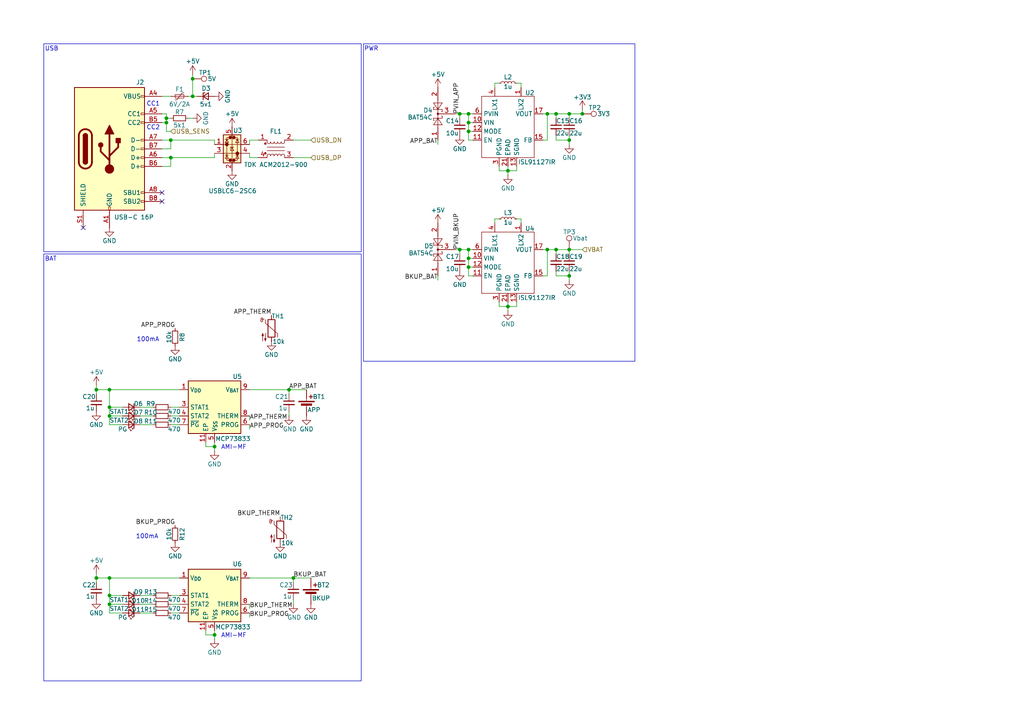
<source format=kicad_sch>
(kicad_sch (version 20231120) (generator "eeschema") (generator_version "8.0")
  (paper "A4")
  (lib_symbols
    (symbol "Battery_Management:MCP73833-xxx-MF"
      (property "Reference" "U" (at -6.35 8.89 0))
      (property "Value" "MCP73833-xxx-MF" (at 10.16 8.89 0))
      (symbol "MCP73833-xxx-MF_1_1"
        (rectangle (start -7.62 7.62) (end 7.62 -7.62) (stroke (width 0.254)) (fill (type background)))
        (pin power_in line (at -10.16 5.08 0) (length 2.54) (name "V_{DD}") (number "1"))
        (pin passive line (at 10.16 5.08 180) (length 2.54) hide (name "V_{BAT}") (number "10"))
        (pin power_in line (at -2.54 -10.16 90) (length 2.54) (name "EP") (number "11"))
        (pin passive line (at -10.16 5.08 0) (length 2.54) hide (name "V_{DD}") (number "2"))
        (pin open_collector line (at -10.16 0 0) (length 2.54) (name "STAT1") (number "3"))
        (pin open_collector line (at -10.16 -2.54 0) (length 2.54) (name "STAT2") (number "4"))
        (pin power_in line (at 0 -10.16 90) (length 2.54) (name "V_{SS}") (number "5"))
        (pin input line (at 10.16 -5.08 180) (length 2.54) (name "PROG") (number "6"))
        (pin open_collector line (at -10.16 -5.08 0) (length 2.54) (name "~{PG}") (number "7"))
        (pin passive line (at 10.16 -2.54 180) (length 2.54) (name "THERM") (number "8"))
        (pin power_out line (at 10.16 5.08 180) (length 2.54) (name "V_{BAT}") (number "9"))
      )
    )
    (symbol "Connector:TestPoint" (pin_numbers hide) (pin_names (offset 0.762) hide)
      (property "Reference" "TP" (at 0 6.858 0))
      (property "Value" "TestPoint" (at 0 5.08 0))
      (symbol "TestPoint_0_1"
        (circle (center 0 3.302) (radius 0.762))
      )
      (symbol "TestPoint_1_1"
        (pin passive line (at 0 0 90) (length 2.54) (name "1") (number "1"))
      )
    )
    (symbol "Connector:USB_C_Receptacle_USB2.0_16P" (pin_names (offset 1.016))
      (property "Reference" "J" (at 0 22.225 0))
      (property "Value" "USB_C_Receptacle_USB2.0_16P" (at 0 19.685 0))
      (symbol "USB_C_Receptacle_USB2.0_16P_0_0"
        (rectangle (start -0.254 -17.78) (end 0.254 -16.764))
        (rectangle (start 10.16 -14.986) (end 9.144 -15.494))
        (rectangle (start 10.16 -12.446) (end 9.144 -12.954))
        (rectangle (start 10.16 -4.826) (end 9.144 -5.334))
        (rectangle (start 10.16 -2.286) (end 9.144 -2.794))
        (rectangle (start 10.16 0.254) (end 9.144 -0.254))
        (rectangle (start 10.16 2.794) (end 9.144 2.286))
        (rectangle (start 10.16 7.874) (end 9.144 7.366))
        (rectangle (start 10.16 10.414) (end 9.144 9.906))
        (rectangle (start 10.16 15.494) (end 9.144 14.986))
      )
      (symbol "USB_C_Receptacle_USB2.0_16P_0_1"
        (rectangle (start -10.16 17.78) (end 10.16 -17.78) (stroke (width 0.254)) (fill (type background)))
        (arc (start -8.89 -3.81) (mid -6.985 -5.7067) (end -5.08 -3.81) (stroke (width 0.508)))
        (arc (start -7.62 -3.81) (mid -6.985 -4.4423) (end -6.35 -3.81) (stroke (width 0.254)))
        (arc (start -7.62 -3.81) (mid -6.985 -4.4423) (end -6.35 -3.81) (stroke (width 0.254)) (fill (type outline)))
        (rectangle (start -7.62 -3.81) (end -6.35 3.81) (stroke (width 0.254)) (fill (type outline)))
        (arc (start -6.35 3.81) (mid -6.985 4.4423) (end -7.62 3.81) (stroke (width 0.254)))
        (arc (start -6.35 3.81) (mid -6.985 4.4423) (end -7.62 3.81) (stroke (width 0.254)) (fill (type outline)))
        (arc (start -5.08 3.81) (mid -6.985 5.7067) (end -8.89 3.81) (stroke (width 0.508)))
        (circle (center -2.54 1.143) (radius 0.635) (stroke (width 0.254)) (fill (type outline)))
        (circle (center 0 -5.842) (radius 1.27) (fill (type outline)))
        (polyline (pts (xy -8.89 -3.81) (xy -8.89 3.81)) (stroke (width 0.508)))
        (polyline (pts (xy -5.08 3.81) (xy -5.08 -3.81)) (stroke (width 0.508)))
        (polyline (pts (xy 0 -5.842) (xy 0 4.318)) (stroke (width 0.508)))
        (polyline (pts (xy 0 -3.302) (xy -2.54 -0.762) (xy -2.54 0.508)) (stroke (width 0.508)))
        (polyline (pts (xy 0 -2.032) (xy 2.54 0.508) (xy 2.54 1.778)) (stroke (width 0.508)))
        (polyline (pts (xy -1.27 4.318) (xy 0 6.858) (xy 1.27 4.318) (xy -1.27 4.318)) (stroke (width 0.254)) (fill (type outline)))
        (rectangle (start 1.905 1.778) (end 3.175 3.048) (stroke (width 0.254)) (fill (type outline)))
      )
      (symbol "USB_C_Receptacle_USB2.0_16P_1_1"
        (pin passive line (at 0 -22.86 90) (length 5.08) (name "GND") (number "A1"))
        (pin passive line (at 0 -22.86 90) (length 5.08) hide (name "GND") (number "A12"))
        (pin passive line (at 15.24 15.24 180) (length 5.08) (name "VBUS") (number "A4"))
        (pin bidirectional line (at 15.24 10.16 180) (length 5.08) (name "CC1") (number "A5"))
        (pin bidirectional line (at 15.24 -2.54 180) (length 5.08) (name "D+") (number "A6"))
        (pin bidirectional line (at 15.24 2.54 180) (length 5.08) (name "D-") (number "A7"))
        (pin bidirectional line (at 15.24 -12.7 180) (length 5.08) (name "SBU1") (number "A8"))
        (pin passive line (at 15.24 15.24 180) (length 5.08) hide (name "VBUS") (number "A9"))
        (pin passive line (at 0 -22.86 90) (length 5.08) hide (name "GND") (number "B1"))
        (pin passive line (at 0 -22.86 90) (length 5.08) hide (name "GND") (number "B12"))
        (pin passive line (at 15.24 15.24 180) (length 5.08) hide (name "VBUS") (number "B4"))
        (pin bidirectional line (at 15.24 7.62 180) (length 5.08) (name "CC2") (number "B5"))
        (pin bidirectional line (at 15.24 -5.08 180) (length 5.08) (name "D+") (number "B6"))
        (pin bidirectional line (at 15.24 0 180) (length 5.08) (name "D-") (number "B7"))
        (pin bidirectional line (at 15.24 -15.24 180) (length 5.08) (name "SBU2") (number "B8"))
        (pin passive line (at 15.24 15.24 180) (length 5.08) hide (name "VBUS") (number "B9"))
        (pin passive line (at -7.62 -22.86 90) (length 5.08) (name "SHIELD") (number "S1"))
      )
    )
    (symbol "Device:Battery_Cell" (pin_numbers hide) (pin_names (offset 0) hide)
      (property "Reference" "BT" (at 2.54 2.54 0))
      (property "Value" "Battery_Cell" (at 2.54 0 0))
      (symbol "Battery_Cell_0_1"
        (rectangle (start -2.286 1.778) (end 2.286 1.524) (fill (type outline)))
        (rectangle (start -1.524 1.016) (end 1.524 0.508) (fill (type outline)))
        (polyline (pts (xy 0 0.762) (xy 0 0)))
        (polyline (pts (xy 0 1.778) (xy 0 2.54)))
        (polyline (pts (xy 0.762 3.048) (xy 1.778 3.048)) (stroke (width 0.254)))
        (polyline (pts (xy 1.27 3.556) (xy 1.27 2.54)) (stroke (width 0.254)))
      )
      (symbol "Battery_Cell_1_1"
        (pin passive line (at 0 5.08 270) (length 2.54) (name "+") (number "1"))
        (pin passive line (at 0 -2.54 90) (length 2.54) (name "-") (number "2"))
      )
    )
    (symbol "Device:C_Small" (pin_numbers hide) (pin_names (offset 0.254) hide)
      (property "Reference" "C" (at 0.254 1.778 0))
      (property "Value" "C_Small" (at 0.254 -2.032 0))
      (symbol "C_Small_0_1"
        (polyline (pts (xy -1.524 -0.508) (xy 1.524 -0.508)) (stroke (width 0.3302)))
        (polyline (pts (xy -1.524 0.508) (xy 1.524 0.508)) (stroke (width 0.3048)))
      )
      (symbol "C_Small_1_1"
        (pin passive line (at 0 2.54 270) (length 2.032) (name "~") (number "1"))
        (pin passive line (at 0 -2.54 90) (length 2.032) (name "~") (number "2"))
      )
    )
    (symbol "Device:D_Zener_Small" (pin_numbers hide) (pin_names (offset 0.254) hide)
      (property "Reference" "D" (at 0 2.286 0))
      (property "Value" "D_Zener_Small" (at 0 -2.286 0))
      (symbol "D_Zener_Small_0_1"
        (polyline (pts (xy 0.762 0) (xy -0.762 0)))
        (polyline (pts (xy -0.254 1.016) (xy -0.762 1.016) (xy -0.762 -1.016)) (stroke (width 0.254)))
        (polyline (pts (xy 0.762 1.016) (xy -0.762 0) (xy 0.762 -1.016) (xy 0.762 1.016)) (stroke (width 0.254)))
      )
      (symbol "D_Zener_Small_1_1"
        (pin passive line (at -2.54 0 0) (length 1.778) (name "K") (number "1"))
        (pin passive line (at 2.54 0 180) (length 1.778) (name "A") (number "2"))
      )
    )
    (symbol "Device:LED_Small" (pin_numbers hide) (pin_names (offset 0.254) hide)
      (property "Reference" "D" (at -1.27 3.175 0))
      (property "Value" "LED_Small" (at -4.445 -2.54 0))
      (symbol "LED_Small_0_1"
        (polyline (pts (xy -0.762 -1.016) (xy -0.762 1.016)) (stroke (width 0.254)))
        (polyline (pts (xy 1.016 0) (xy -0.762 0)))
        (polyline (pts (xy 0.762 -1.016) (xy -0.762 0) (xy 0.762 1.016) (xy 0.762 -1.016)) (stroke (width 0.254)))
        (polyline (pts (xy 0 0.762) (xy -0.508 1.27) (xy -0.254 1.27) (xy -0.508 1.27) (xy -0.508 1.016)))
        (polyline (pts (xy 0.508 1.27) (xy 0 1.778) (xy 0.254 1.778) (xy 0 1.778) (xy 0 1.524)))
      )
      (symbol "LED_Small_1_1"
        (pin passive line (at -2.54 0 0) (length 1.778) (name "K") (number "1"))
        (pin passive line (at 2.54 0 180) (length 1.778) (name "A") (number "2"))
      )
    )
    (symbol "Device:L_Small" (pin_numbers hide) (pin_names (offset 0.254) hide)
      (property "Reference" "L" (at 0.762 1.016 0))
      (property "Value" "L_Small" (at 0.762 -1.016 0))
      (symbol "L_Small_0_1"
        (arc (start 0 -2.032) (mid 0.5058 -1.524) (end 0 -1.016))
        (arc (start 0 -1.016) (mid 0.5058 -0.508) (end 0 0))
        (arc (start 0 0) (mid 0.5058 0.508) (end 0 1.016))
        (arc (start 0 1.016) (mid 0.5058 1.524) (end 0 2.032))
      )
      (symbol "L_Small_1_1"
        (pin passive line (at 0 2.54 270) (length 0.508) (name "~") (number "1"))
        (pin passive line (at 0 -2.54 90) (length 0.508) (name "~") (number "2"))
      )
    )
    (symbol "Device:Polyfuse_Small" (pin_numbers hide) (pin_names (offset 0))
      (property "Reference" "F" (at -1.905 0 90))
      (property "Value" "Polyfuse_Small" (at 1.905 0 90))
      (symbol "Polyfuse_Small_0_1"
        (rectangle (start -0.508 1.27) (end 0.508 -1.27))
        (polyline (pts (xy 0 2.54) (xy 0 -2.54)))
        (polyline (pts (xy -1.016 1.27) (xy -1.016 0.762) (xy 1.016 -0.762) (xy 1.016 -1.27)))
      )
      (symbol "Polyfuse_Small_1_1"
        (pin passive line (at 0 2.54 270) (length 0.635) (name "~") (number "1"))
        (pin passive line (at 0 -2.54 90) (length 0.635) (name "~") (number "2"))
      )
    )
    (symbol "Device:R_Small" (pin_numbers hide) (pin_names (offset 0.254) hide)
      (property "Reference" "R" (at 0.762 0.508 0))
      (property "Value" "R_Small" (at 0.762 -1.016 0))
      (symbol "R_Small_0_1"
        (rectangle (start -0.762 1.778) (end 0.762 -1.778) (stroke (width 0.2032)))
      )
      (symbol "R_Small_1_1"
        (pin passive line (at 0 2.54 270) (length 0.762) (name "~") (number "1"))
        (pin passive line (at 0 -2.54 90) (length 0.762) (name "~") (number "2"))
      )
    )
    (symbol "Device:Thermistor_NTC" (pin_numbers hide) (pin_names (offset 0))
      (property "Reference" "TH" (at -4.445 0 90))
      (property "Value" "Thermistor_NTC" (at 3.175 0 90))
      (symbol "Thermistor_NTC_0_1"
        (arc (start -3.048 2.159) (mid -3.0495 2.3143) (end -3.175 2.413))
        (arc (start -3.048 2.159) (mid -2.9736 1.9794) (end -2.794 1.905))
        (arc (start -3.048 2.794) (mid -2.9736 2.6144) (end -2.794 2.54))
        (arc (start -2.794 1.905) (mid -2.6144 1.9794) (end -2.54 2.159))
        (arc (start -2.794 2.54) (mid -2.4393 2.5587) (end -2.159 2.794))
        (arc (start -2.794 3.048) (mid -2.9736 2.9736) (end -3.048 2.794))
        (arc (start -2.54 2.794) (mid -2.6144 2.9736) (end -2.794 3.048))
        (rectangle (start -1.016 2.54) (end 1.016 -2.54) (stroke (width 0.254)))
        (polyline (pts (xy -2.54 2.159) (xy -2.54 2.794)))
        (polyline (pts (xy -1.778 2.54) (xy -1.778 1.524) (xy 1.778 -1.524) (xy 1.778 -2.54)))
        (polyline (pts (xy -2.54 -3.683) (xy -2.54 -1.397) (xy -2.794 -2.159) (xy -2.286 -2.159) (xy -2.54 -1.397) (xy -2.54 -1.651)) (fill (type outline)))
        (polyline (pts (xy -1.778 -1.397) (xy -1.778 -3.683) (xy -2.032 -2.921) (xy -1.524 -2.921) (xy -1.778 -3.683) (xy -1.778 -3.429)) (fill (type outline)))
      )
      (symbol "Thermistor_NTC_1_1"
        (pin passive line (at 0 3.81 270) (length 1.27) (name "~") (number "1"))
        (pin passive line (at 0 -3.81 90) (length 1.27) (name "~") (number "2"))
      )
    )
    (symbol "Diode:BAT54C" (pin_names (offset 1.016))
      (property "Reference" "D" (at 0.635 -3.81 0))
      (property "Value" "BAT54C" (at -6.35 3.175 0))
      (symbol "BAT54C_0_1"
        (polyline (pts (xy -1.905 0) (xy 1.905 0)))
        (polyline (pts (xy -1.905 1.27) (xy -1.905 1.016)))
        (polyline (pts (xy -1.27 -1.27) (xy -0.635 -1.27)))
        (polyline (pts (xy -1.27 0) (xy -3.81 0)))
        (polyline (pts (xy -1.27 1.27) (xy -1.905 1.27)))
        (polyline (pts (xy -1.27 1.27) (xy -1.27 -1.27)))
        (polyline (pts (xy -0.635 -1.27) (xy -0.635 -1.016)))
        (polyline (pts (xy 0.635 -1.27) (xy 0.635 -1.016)))
        (polyline (pts (xy 1.27 -1.27) (xy 0.635 -1.27)))
        (polyline (pts (xy 1.27 1.27) (xy 1.27 -1.27)))
        (polyline (pts (xy 1.27 1.27) (xy 1.905 1.27)))
        (polyline (pts (xy 1.905 1.27) (xy 1.905 1.016)))
        (polyline (pts (xy 3.81 0) (xy 1.27 0)))
        (polyline (pts (xy -3.175 -1.27) (xy -3.175 1.27) (xy -1.27 0) (xy -3.175 -1.27)))
        (polyline (pts (xy 3.175 -1.27) (xy 3.175 1.27) (xy 1.27 0) (xy 3.175 -1.27)))
        (circle (center 0 0) (radius 0.254) (fill (type outline)))
      )
      (symbol "BAT54C_1_1"
        (pin passive line (at -7.62 0 0) (length 3.81) (name "~") (number "1"))
        (pin passive line (at 7.62 0 180) (length 3.81) (name "~") (number "2"))
        (pin passive line (at 0 -5.08 90) (length 5.08) (name "~") (number "3"))
      )
    )
    (symbol "Filter:Choke_Coilcraft_0603USB-222" (pin_names (offset 0.254) hide)
      (property "Reference" "FL" (at 0 4.445 0))
      (property "Value" "Choke_Coilcraft_0603USB-222" (at 0 -4.445 0))
      (symbol "Choke_Coilcraft_0603USB-222_0_1"
        (circle (center -3.048 -1.27) (radius 0.254) (fill (type outline)))
        (circle (center -3.048 1.524) (radius 0.254) (fill (type outline)))
        (arc (start -2.54 2.032) (mid -2.032 1.5262) (end -1.524 2.032))
        (arc (start -1.524 -2.032) (mid -2.032 -1.5262) (end -2.54 -2.032))
        (arc (start -1.524 2.032) (mid -1.016 1.5262) (end -0.508 2.032))
        (arc (start -0.508 -2.032) (mid -1.016 -1.5262) (end -1.524 -2.032))
        (arc (start -0.508 2.032) (mid 0 1.5262) (end 0.508 2.032))
        (polyline (pts (xy -2.54 -2.032) (xy -2.54 -2.54)))
        (polyline (pts (xy -2.54 0.508) (xy 2.54 0.508)))
        (polyline (pts (xy -2.54 2.032) (xy -2.54 2.54)))
        (polyline (pts (xy 2.54 -2.032) (xy 2.54 -2.54)))
        (polyline (pts (xy 2.54 -0.508) (xy -2.54 -0.508)))
        (polyline (pts (xy 2.54 2.54) (xy 2.54 2.032)))
        (arc (start 0.508 -2.032) (mid 0 -1.5262) (end -0.508 -2.032))
        (arc (start 0.508 2.032) (mid 1.016 1.5262) (end 1.524 2.032))
        (arc (start 1.524 -2.032) (mid 1.016 -1.5262) (end 0.508 -2.032))
        (arc (start 1.524 2.032) (mid 2.032 1.5262) (end 2.54 2.032))
        (arc (start 2.54 -2.032) (mid 2.032 -1.5262) (end 1.524 -2.032))
      )
      (symbol "Choke_Coilcraft_0603USB-222_1_1"
        (pin passive line (at -5.08 2.54 0) (length 2.54) (name "1") (number "1"))
        (pin passive line (at 5.08 2.54 180) (length 2.54) (name "2") (number "2"))
        (pin passive line (at 5.08 -2.54 180) (length 2.54) (name "3") (number "3"))
        (pin passive line (at -5.08 -2.54 0) (length 2.54) (name "4") (number "4"))
      )
    )
    (symbol "Marijn:ISL91127IR"
      (property "Reference" "U" (at 6.858 7.366 0))
      (property "Value" "ISL91127IR" (at 8.382 -12.7 0))
      (symbol "ISL91127IR_0_1"
        (rectangle (start -7.62 6.35) (end 7.62 -11.43))
      )
      (symbol "ISL91127IR_1_1"
        (pin bidirectional line (at 3.81 8.89 270) (length 2.54) (name "LX2") (number "1"))
        (pin input line (at -10.16 -1.27 0) (length 2.54) (name "VIN") (number "10"))
        (pin input line (at -10.16 -6.35 0) (length 2.54) (name "EN") (number "11"))
        (pin input line (at -10.16 -3.81 0) (length 2.54) (name "MODE") (number "12"))
        (pin power_in line (at 2.54 -13.97 90) (length 2.54) (name "SGND") (number "13"))
        (pin power_in line (at 2.54 -13.97 90) (length 2.54) hide (name "SGND") (number "14"))
        (pin input line (at 10.16 -6.35 180) (length 2.54) (name "FB") (number "15"))
        (pin power_out line (at 10.16 1.27 180) (length 2.54) (name "VOUT") (number "17"))
        (pin power_out line (at 10.16 1.27 180) (length 2.54) hide (name "VOUT") (number "18"))
        (pin power_out line (at 10.16 1.27 180) (length 2.54) hide (name "VOUT") (number "19"))
        (pin bidirectional line (at 3.81 8.89 270) (length 2.54) hide (name "LX2") (number "2"))
        (pin power_out line (at 10.16 1.27 180) (length 2.54) hide (name "VOUT") (number "20"))
        (pin power_in line (at 0 -13.97 90) (length 2.54) (name "EPAD") (number "21"))
        (pin power_in line (at -2.54 -13.97 90) (length 2.54) (name "PGND") (number "3"))
        (pin bidirectional line (at -3.81 8.89 270) (length 2.54) (name "LX1") (number "4"))
        (pin bidirectional line (at -3.81 8.89 270) (length 2.54) hide (name "LX1") (number "5"))
        (pin input line (at -10.16 1.27 0) (length 2.54) (name "PVIN") (number "6"))
        (pin input line (at -10.16 1.27 0) (length 2.54) hide (name "PVIN") (number "7"))
        (pin input line (at -10.16 1.27 0) (length 2.54) hide (name "PVIN") (number "8"))
        (pin input line (at -10.16 1.27 0) (length 2.54) hide (name "PVIN") (number "9"))
      )
    )
    (symbol "Power_Protection:USBLC6-2SC6" (pin_names hide)
      (property "Reference" "U" (at 0.635 5.715 0))
      (property "Value" "USBLC6-2SC6" (at 0.635 3.81 0))
      (symbol "USBLC6-2SC6_0_0"
        (circle (center -1.524 0) (radius 0.0001) (stroke (width 0.508)))
        (circle (center -0.508 -4.572) (radius 0.0001) (stroke (width 0.508)))
        (circle (center -0.508 2.032) (radius 0.0001) (stroke (width 0.508)))
        (circle (center 0.508 -4.572) (radius 0.0001) (stroke (width 0.508)))
        (circle (center 0.508 2.032) (radius 0.0001) (stroke (width 0.508)))
        (circle (center 1.524 -2.54) (radius 0.0001) (stroke (width 0.508)))
      )
      (symbol "USBLC6-2SC6_0_1"
        (polyline (pts (xy -2.54 -2.54) (xy 2.54 -2.54)))
        (polyline (pts (xy -2.54 0) (xy 2.54 0)))
        (polyline (pts (xy -2.032 -3.048) (xy -1.016 -3.048)))
        (polyline (pts (xy -1.016 1.524) (xy -2.032 1.524)))
        (polyline (pts (xy 1.016 -3.048) (xy 2.032 -3.048)))
        (polyline (pts (xy 1.016 1.524) (xy 2.032 1.524)))
        (polyline (pts (xy -0.508 -1.143) (xy -0.508 -0.762) (xy 0.508 -0.762)))
        (polyline (pts (xy -2.032 0.508) (xy -1.016 0.508) (xy -1.524 1.524) (xy -2.032 0.508)))
        (polyline (pts (xy -1.016 -4.064) (xy -2.032 -4.064) (xy -1.524 -3.048) (xy -1.016 -4.064)))
        (polyline (pts (xy 0.508 -1.778) (xy -0.508 -1.778) (xy 0 -0.762) (xy 0.508 -1.778)))
        (polyline (pts (xy 2.032 -4.064) (xy 1.016 -4.064) (xy 1.524 -3.048) (xy 2.032 -4.064)))
        (polyline (pts (xy 2.032 0.508) (xy 1.016 0.508) (xy 1.524 1.524) (xy 2.032 0.508)))
        (polyline (pts (xy 0 2.54) (xy -0.508 2.032) (xy 0.508 2.032) (xy 0 1.524) (xy 0 -4.064) (xy -0.508 -4.572) (xy 0.508 -4.572) (xy 0 -5.08)))
      )
      (symbol "USBLC6-2SC6_1_1"
        (rectangle (start -2.54 2.794) (end 2.54 -5.334) (stroke (width 0.254)) (fill (type background)))
        (polyline (pts (xy -0.508 2.032) (xy -1.524 2.032) (xy -1.524 -4.572) (xy -0.508 -4.572)))
        (polyline (pts (xy 0.508 -4.572) (xy 1.524 -4.572) (xy 1.524 2.032) (xy 0.508 2.032)))
        (pin passive line (at -5.08 0 0) (length 2.54) (name "I/O1") (number "1"))
        (pin passive line (at 0 -7.62 90) (length 2.54) (name "GND") (number "2"))
        (pin passive line (at -5.08 -2.54 0) (length 2.54) (name "I/O2") (number "3"))
        (pin passive line (at 5.08 -2.54 180) (length 2.54) (name "I/O2") (number "4"))
        (pin passive line (at 0 5.08 270) (length 2.54) (name "VBUS") (number "5"))
        (pin passive line (at 5.08 0 180) (length 2.54) (name "I/O1") (number "6"))
      )
    )
    (symbol "power:+3V3" (power) (pin_numbers hide) (pin_names (offset 0) hide)
      (property "Value" "+3V3" (at 0 3.556 0))
      (symbol "+3V3_0_1"
        (polyline (pts (xy -0.762 1.27) (xy 0 2.54)))
        (polyline (pts (xy 0 0) (xy 0 2.54)))
        (polyline (pts (xy 0 2.54) (xy 0.762 1.27)))
      )
      (symbol "+3V3_1_1"
        (pin power_in line (at 0 0 90) (length 0) (name "~") (number "1"))
      )
    )
    (symbol "power:+5V" (power) (pin_numbers hide) (pin_names (offset 0) hide)
      (property "Value" "+5V" (at 0 3.556 0))
      (symbol "+5V_0_1"
        (polyline (pts (xy -0.762 1.27) (xy 0 2.54)))
        (polyline (pts (xy 0 0) (xy 0 2.54)))
        (polyline (pts (xy 0 2.54) (xy 0.762 1.27)))
      )
      (symbol "+5V_1_1"
        (pin power_in line (at 0 0 90) (length 0) (name "~") (number "1"))
      )
    )
    (symbol "power:GND" (power) (pin_numbers hide) (pin_names (offset 0) hide)
      (property "Value" "GND" (at 0 -3.81 0))
      (symbol "GND_0_1"
        (polyline (pts (xy 0 0) (xy 0 -1.27) (xy 1.27 -1.27) (xy 0 -2.54) (xy -1.27 -1.27) (xy 0 -1.27)))
      )
      (symbol "GND_1_1"
        (pin power_in line (at 0 0 270) (length 0) (name "~") (number "1"))
      )
    )
  )
  (junction (at 158.75 72.39))
  (junction (at 85.09 167.64))
  (junction (at 31.75 175.26))
  (junction (at 31.75 118.11))
  (junction (at 55.88 22.86))
  (junction (at 55.88 27.94))
  (junction (at 165.1 33.02))
  (junction (at 161.29 72.39))
  (junction (at 48.26 35.56))
  (junction (at 48.26 34.29))
  (junction (at 165.1 72.39))
  (junction (at 158.75 33.02))
  (junction (at 147.32 49.53))
  (junction (at 49.53 40.64))
  (junction (at 135.89 74.93))
  (junction (at 31.75 167.64))
  (junction (at 62.23 129.54))
  (junction (at 147.32 88.9))
  (junction (at 135.89 38.1))
  (junction (at 165.1 80.01))
  (junction (at 31.75 113.03))
  (junction (at 135.89 77.47))
  (junction (at 168.91 33.02))
  (junction (at 49.53 45.72))
  (junction (at 165.1 40.64))
  (junction (at 31.75 172.72))
  (junction (at 135.89 35.56))
  (junction (at 27.94 113.03))
  (junction (at 27.94 167.64))
  (junction (at 31.75 120.65))
  (junction (at 135.89 72.39))
  (junction (at 161.29 33.02))
  (junction (at 133.35 72.39))
  (junction (at 62.23 184.15))
  (junction (at 133.35 33.02))
  (junction (at 83.82 113.03))
  (junction (at 135.89 33.02))
  (no_connect (at 46.99 58.42))
  (no_connect (at 24.13 66.04))
  (no_connect (at 46.99 55.88))
  (wire (pts (xy 31.75 120.65) (xy 31.75 123.19)))
  (wire (pts (xy 161.29 34.29) (xy 161.29 33.02)))
  (wire (pts (xy 161.29 40.64) (xy 165.1 40.64)))
  (wire (pts (xy 31.75 167.64) (xy 52.07 167.64)))
  (wire (pts (xy 135.89 74.93) (xy 137.16 74.93)))
  (wire (pts (xy 59.69 182.88) (xy 59.69 184.15)))
  (wire (pts (xy 144.78 88.9) (xy 147.32 88.9)))
  (wire (pts (xy 168.91 31.75) (xy 168.91 33.02)))
  (wire (pts (xy 27.94 167.64) (xy 31.75 167.64)))
  (wire (pts (xy 144.78 48.26) (xy 144.78 49.53)))
  (wire (pts (xy 147.32 49.53) (xy 149.86 49.53)))
  (wire (pts (xy 62.23 128.27) (xy 62.23 129.54)))
  (wire (pts (xy 165.1 40.64) (xy 165.1 41.91)))
  (wire (pts (xy 135.89 40.64) (xy 137.16 40.64)))
  (wire (pts (xy 31.75 167.64) (xy 31.75 172.72)))
  (wire (pts (xy 49.53 172.72) (xy 52.07 172.72)))
  (wire (pts (xy 158.75 72.39) (xy 158.75 80.01)))
  (wire (pts (xy 165.1 72.39) (xy 165.1 73.66)))
  (wire (pts (xy 72.39 40.64) (xy 74.93 40.64)))
  (wire (pts (xy 135.89 33.02) (xy 137.16 33.02)))
  (wire (pts (xy 147.32 88.9) (xy 149.86 88.9)))
  (wire (pts (xy 31.75 177.8) (xy 35.56 177.8)))
  (wire (pts (xy 40.64 123.19) (xy 44.45 123.19)))
  (wire (pts (xy 72.39 167.64) (xy 85.09 167.64)))
  (wire (pts (xy 49.53 123.19) (xy 52.07 123.19)))
  (wire (pts (xy 135.89 35.56) (xy 137.16 35.56)))
  (wire (pts (xy 133.35 73.66) (xy 133.35 72.39)))
  (wire (pts (xy 62.23 182.88) (xy 62.23 184.15)))
  (wire (pts (xy 49.53 43.18) (xy 49.53 40.64)))
  (wire (pts (xy 54.61 27.94) (xy 55.88 27.94)))
  (wire (pts (xy 49.53 40.64) (xy 62.23 40.64)))
  (wire (pts (xy 31.75 113.03) (xy 31.75 118.11)))
  (wire (pts (xy 72.39 113.03) (xy 83.82 113.03)))
  (wire (pts (xy 48.26 34.29) (xy 48.26 33.02)))
  (wire (pts (xy 85.09 175.26) (xy 85.09 173.99)))
  (wire (pts (xy 161.29 39.37) (xy 161.29 40.64)))
  (wire (pts (xy 132.08 33.02) (xy 133.35 33.02)))
  (wire (pts (xy 157.48 33.02) (xy 158.75 33.02)))
  (wire (pts (xy 147.32 88.9) (xy 147.32 87.63)))
  (wire (pts (xy 83.82 120.65) (xy 83.82 119.38)))
  (wire (pts (xy 135.89 77.47) (xy 137.16 77.47)))
  (wire (pts (xy 143.51 63.5) (xy 144.78 63.5)))
  (wire (pts (xy 165.1 80.01) (xy 165.1 81.28)))
  (wire (pts (xy 133.35 72.39) (xy 135.89 72.39)))
  (wire (pts (xy 31.75 175.26) (xy 35.56 175.26)))
  (wire (pts (xy 135.89 72.39) (xy 135.89 74.93)))
  (wire (pts (xy 46.99 43.18) (xy 49.53 43.18)))
  (wire (pts (xy 27.94 111.76) (xy 27.94 113.03)))
  (wire (pts (xy 27.94 113.03) (xy 31.75 113.03)))
  (wire (pts (xy 143.51 24.13) (xy 143.51 25.4)))
  (wire (pts (xy 85.09 167.64) (xy 90.17 167.64)))
  (wire (pts (xy 31.75 118.11) (xy 31.75 120.65)))
  (wire (pts (xy 85.09 40.64) (xy 90.17 40.64)))
  (wire (pts (xy 72.39 44.45) (xy 72.39 45.72)))
  (wire (pts (xy 46.99 40.64) (xy 49.53 40.64)))
  (wire (pts (xy 147.32 49.53) (xy 147.32 50.8)))
  (wire (pts (xy 72.39 179.07) (xy 72.39 177.8)))
  (wire (pts (xy 158.75 72.39) (xy 161.29 72.39)))
  (wire (pts (xy 132.08 72.39) (xy 133.35 72.39)))
  (wire (pts (xy 40.64 118.11) (xy 44.45 118.11)))
  (wire (pts (xy 165.1 39.37) (xy 165.1 40.64)))
  (wire (pts (xy 49.53 48.26) (xy 49.53 45.72)))
  (wire (pts (xy 49.53 177.8) (xy 52.07 177.8)))
  (wire (pts (xy 161.29 72.39) (xy 165.1 72.39)))
  (wire (pts (xy 40.64 172.72) (xy 44.45 172.72)))
  (wire (pts (xy 149.86 48.26) (xy 149.86 49.53)))
  (wire (pts (xy 62.23 40.64) (xy 62.23 41.91)))
  (wire (pts (xy 135.89 33.02) (xy 135.89 35.56)))
  (wire (pts (xy 133.35 33.02) (xy 135.89 33.02)))
  (wire (pts (xy 135.89 72.39) (xy 137.16 72.39)))
  (wire (pts (xy 144.78 87.63) (xy 144.78 88.9)))
  (wire (pts (xy 144.78 49.53) (xy 147.32 49.53)))
  (wire (pts (xy 143.51 24.13) (xy 144.78 24.13)))
  (wire (pts (xy 165.1 78.74) (xy 165.1 80.01)))
  (wire (pts (xy 135.89 38.1) (xy 137.16 38.1)))
  (wire (pts (xy 165.1 34.29) (xy 165.1 33.02)))
  (wire (pts (xy 127 41.91) (xy 127 40.64)))
  (wire (pts (xy 151.13 24.13) (xy 151.13 25.4)))
  (wire (pts (xy 46.99 48.26) (xy 49.53 48.26)))
  (wire (pts (xy 147.32 49.53) (xy 147.32 48.26)))
  (wire (pts (xy 72.39 176.53) (xy 72.39 175.26)))
  (wire (pts (xy 46.99 35.56) (xy 48.26 35.56)))
  (wire (pts (xy 31.75 175.26) (xy 31.75 177.8)))
  (wire (pts (xy 40.64 177.8) (xy 44.45 177.8)))
  (wire (pts (xy 135.89 74.93) (xy 135.89 77.47)))
  (wire (pts (xy 147.32 88.9) (xy 147.32 90.17)))
  (wire (pts (xy 135.89 38.1) (xy 135.89 40.64)))
  (wire (pts (xy 161.29 73.66) (xy 161.29 72.39)))
  (wire (pts (xy 135.89 35.56) (xy 135.89 38.1)))
  (wire (pts (xy 161.29 78.74) (xy 161.29 80.01)))
  (wire (pts (xy 135.89 80.01) (xy 137.16 80.01)))
  (wire (pts (xy 40.64 175.26) (xy 44.45 175.26)))
  (wire (pts (xy 46.99 27.94) (xy 49.53 27.94)))
  (wire (pts (xy 31.75 123.19) (xy 35.56 123.19)))
  (wire (pts (xy 168.91 33.02) (xy 165.1 33.02)))
  (wire (pts (xy 62.23 184.15) (xy 62.23 185.42)))
  (wire (pts (xy 49.53 120.65) (xy 52.07 120.65)))
  (wire (pts (xy 62.23 44.45) (xy 62.23 45.72)))
  (wire (pts (xy 49.53 118.11) (xy 52.07 118.11)))
  (wire (pts (xy 158.75 33.02) (xy 158.75 40.64)))
  (wire (pts (xy 72.39 124.46) (xy 72.39 123.19)))
  (wire (pts (xy 31.75 172.72) (xy 31.75 175.26)))
  (wire (pts (xy 143.51 64.77) (xy 143.51 63.5)))
  (wire (pts (xy 31.75 113.03) (xy 52.07 113.03)))
  (wire (pts (xy 151.13 63.5) (xy 151.13 64.77)))
  (wire (pts (xy 59.69 129.54) (xy 62.23 129.54)))
  (wire (pts (xy 127 81.28) (xy 127 80.01)))
  (wire (pts (xy 158.75 33.02) (xy 161.29 33.02)))
  (wire (pts (xy 62.23 129.54) (xy 62.23 130.81)))
  (wire (pts (xy 149.86 24.13) (xy 151.13 24.13)))
  (wire (pts (xy 62.23 45.72) (xy 49.53 45.72)))
  (wire (pts (xy 135.89 77.47) (xy 135.89 80.01)))
  (wire (pts (xy 49.53 38.1) (xy 48.26 38.1)))
  (wire (pts (xy 85.09 167.64) (xy 85.09 168.91)))
  (wire (pts (xy 48.26 35.56) (xy 48.26 34.29)))
  (wire (pts (xy 72.39 121.92) (xy 72.39 120.65)))
  (wire (pts (xy 48.26 33.02) (xy 46.99 33.02)))
  (wire (pts (xy 31.75 120.65) (xy 35.56 120.65)))
  (wire (pts (xy 161.29 33.02) (xy 165.1 33.02)))
  (wire (pts (xy 48.26 34.29) (xy 49.53 34.29)))
  (wire (pts (xy 83.82 113.03) (xy 88.9 113.03)))
  (wire (pts (xy 48.26 38.1) (xy 48.26 35.56)))
  (wire (pts (xy 40.64 120.65) (xy 44.45 120.65)))
  (wire (pts (xy 54.61 34.29) (xy 55.88 34.29)))
  (wire (pts (xy 27.94 168.91) (xy 27.94 167.64)))
  (wire (pts (xy 157.48 72.39) (xy 158.75 72.39)))
  (wire (pts (xy 72.39 41.91) (xy 72.39 40.64)))
  (wire (pts (xy 59.69 128.27) (xy 59.69 129.54)))
  (wire (pts (xy 158.75 40.64) (xy 157.48 40.64)))
  (wire (pts (xy 161.29 80.01) (xy 165.1 80.01)))
  (wire (pts (xy 55.88 27.94) (xy 57.15 27.94)))
  (wire (pts (xy 31.75 172.72) (xy 35.56 172.72)))
  (wire (pts (xy 83.82 113.03) (xy 83.82 114.3)))
  (wire (pts (xy 158.75 80.01) (xy 157.48 80.01)))
  (wire (pts (xy 133.35 34.29) (xy 133.35 33.02)))
  (wire (pts (xy 55.88 22.86) (xy 55.88 27.94)))
  (wire (pts (xy 49.53 45.72) (xy 46.99 45.72)))
  (wire (pts (xy 49.53 175.26) (xy 52.07 175.26)))
  (wire (pts (xy 165.1 72.39) (xy 168.91 72.39)))
  (wire (pts (xy 85.09 45.72) (xy 90.17 45.72)))
  (wire (pts (xy 72.39 45.72) (xy 74.93 45.72)))
  (wire (pts (xy 27.94 166.37) (xy 27.94 167.64)))
  (wire (pts (xy 59.69 184.15) (xy 62.23 184.15)))
  (wire (pts (xy 55.88 21.59) (xy 55.88 22.86)))
  (wire (pts (xy 27.94 114.3) (xy 27.94 113.03)))
  (wire (pts (xy 149.86 87.63) (xy 149.86 88.9)))
  (wire (pts (xy 149.86 63.5) (xy 151.13 63.5)))
  (wire (pts (xy 31.75 118.11) (xy 35.56 118.11)))
  (rectangle (start 12.7 73.66) (end 104.775 197.485))
  (rectangle (start 12.7 12.7) (end 104.775 73.025))
  (rectangle (start 105.41 12.7) (end 184.15 104.775))
  (text "USB" (at 14.986 14.224 0) (effects (font (size 1.27 1.27))))
  (text "AMI-MF" (at 67.818 129.794 0) (effects (font (size 1.27 1.27))))
  (text "CC1" (at 44.45 30.226 0) (effects (font (size 1.27 1.27))))
  (text "100mA" (at 42.926 98.552 0) (effects (font (size 1.27 1.27))))
  (text "AMI-MF" (at 67.818 184.404 0) (effects (font (size 1.27 1.27))))
  (text "BAT" (at 14.732 75.184 0) (effects (font (size 1.27 1.27))))
  (text "100mA" (at 42.672 155.702 0) (effects (font (size 1.27 1.27))))
  (text "CC2\n" (at 44.45 37.084 0) (effects (font (size 1.27 1.27))))
  (text "PWR" (at 107.696 14.224 0) (effects (font (size 1.27 1.27))))
  (label "APP_BAT" (at 83.82 113.03 0))
  (label "BKUP_PROG" (at 50.8 152.4 180))
  (label "APP_PROG" (at 72.39 124.46 0))
  (label "PVIN_APP" (at 133.35 33.02 90))
  (label "BKUP_BAT" (at 85.09 167.64 0))
  (label "PVIN_BKUP" (at 133.35 72.39 90))
  (label "BKUP_THERM" (at 72.39 176.53 0))
  (label "BKUP_THERM" (at 81.28 149.86 180))
  (label "BKUP_PROG" (at 72.39 179.07 0))
  (label "APP_THERM" (at 72.39 121.92 0))
  (label "APP_PROG" (at 50.8 95.25 180))
  (label "APP_BAT" (at 127 41.91 180))
  (label "BKUP_BAT" (at 127 81.28 180))
  (label "APP_THERM" (at 78.74 91.44 180))
  (hierarchical_label "USB_SENS" (shape input) (at 49.53 38.1 0))
  (hierarchical_label "USB_DP" (shape input) (at 90.17 45.72 0))
  (hierarchical_label "USB_DN" (shape input) (at 90.17 40.64 0))
  (hierarchical_label "VBAT" (shape input) (at 168.91 72.39 0))
  (symbol (lib_id "power:GND") (at 147.32 50.8 0) (unit 1)
    (property "Reference" "#PWR030" (effects (hide yes)))
    (property "Value" "GND" (at 147.32 54.61 0))
    (property "Description" "Power symbol creates a global label with name \"GND\" , ground" (effects (hide yes)))
  )
  (symbol (lib_id "Battery_Management:MCP73833-xxx-MF") (at 62.23 118.11 0) (unit 1)
    (property "Reference" "U5" (at 68.834 109.22 0))
    (property "Value" "MCP73833" (at 67.564 127.254 0))
    (property "Footprint" "Package_DFN_QFN:DFN-10-1EP_3x3mm_P0.5mm_EP1.58x2.35mm" (effects (hide yes)))
    (property "Datasheet" "https://ww1.microchip.com/downloads/aemDocuments/documents/OTH/ProductDocuments/DataSheets/22005b.pdf" (effects (hide yes)))
    (property "Description" "Stand-Alone Linear Li-Ion / Li-Polymer Charge Management Controller, DFN-10" (effects (hide yes)))
  )
  (symbol (lib_id "Connector:TestPoint") (at 165.1 72.39 0) (unit 1)
    (property "Reference" "TP3" (at 163.322 67.31 0) (effects (justify left)))
    (property "Value" "Vbat" (at 166.116 69.088 0) (effects (justify left)))
    (property "Footprint" "TestPoint:TestPoint_Pad_D1.5mm" (effects (hide yes)))
    (property "Description" "test point" (effects (hide yes)))
  )
  (symbol (lib_id "power:+5V") (at 127 25.4 0) (unit 1)
    (property "Reference" "#PWR023" (effects (hide yes)))
    (property "Value" "+5V" (at 127 21.59 0))
    (property "Description" "Power symbol creates a global label with name \"+5V\"" (effects (hide yes)))
  )
  (symbol (lib_id "Device:LED_Small") (at 38.1 177.8 180) (unit 1)
    (property "Reference" "D11" (at 40.132 176.784 0))
    (property "Value" "PG" (at 35.56 179.07 0))
    (property "Footprint" "LED_SMD:LED_0603_1608Metric" (effects (hide yes)))
    (property "Description" "Light emitting diode, small symbol" (effects (hide yes)))
  )
  (symbol (lib_id "power:GND") (at 83.82 120.65 0) (unit 1)
    (property "Reference" "#PWR040" (effects (hide yes)))
    (property "Value" "GND" (at 84.074 124.46 0))
    (property "Description" "Power symbol creates a global label with name \"GND\" , ground" (effects (hide yes)))
  )
  (symbol (lib_id "Filter:Choke_Coilcraft_0603USB-222") (at 80.01 43.18 0) (unit 1)
    (property "Reference" "FL1" (at 80.01 38.1 0))
    (property "Value" "TDK ACM2012-900" (at 80.01 47.752 0))
    (property "Footprint" "ACM2012_900_2P_T002:ACM2012_TDK" (effects (hide yes)))
    (property "Datasheet" "https://www.lcsc.com/datasheet/lcsc_datasheet_2304140030_TDK-ACM2012-900-2P-T002_C19972.pdf" (effects (hide yes)))
    (property "Description" " TDK ACM2012-900-2P-T002 " (effects (hide yes)))
    (property "LCSC" "C19972" (effects (hide yes)))
  )
  (symbol (lib_id "Device:LED_Small") (at 38.1 172.72 180) (unit 1)
    (property "Reference" "D9" (at 40.132 171.704 0))
    (property "Value" "STAT1" (at 34.544 173.99 0))
    (property "Footprint" "LED_SMD:LED_0603_1608Metric" (effects (hide yes)))
    (property "Description" "Light emitting diode, small symbol" (effects (hide yes)))
  )
  (symbol (lib_id "Battery_Management:MCP73833-xxx-MF") (at 62.23 172.72 0) (unit 1)
    (property "Reference" "U6" (at 68.834 163.576 0))
    (property "Value" "MCP73833" (at 67.564 181.864 0))
    (property "Footprint" "Package_DFN_QFN:DFN-10-1EP_3x3mm_P0.5mm_EP1.58x2.35mm" (effects (hide yes)))
    (property "Datasheet" "https://ww1.microchip.com/downloads/aemDocuments/documents/OTH/ProductDocuments/DataSheets/22005b.pdf" (effects (hide yes)))
    (property "Description" "Stand-Alone Linear Li-Ion / Li-Polymer Charge Management Controller, DFN-10" (effects (hide yes)))
  )
  (symbol (lib_id "Device:R_Small") (at 46.99 120.65 270) (unit 1)
    (property "Reference" "R10" (at 43.688 119.634 90))
    (property "Value" "470" (at 50.546 121.92 90))
    (property "Footprint" "Resistor_SMD:R_0603_1608Metric" (effects (hide yes)))
    (property "Description" "Resistor, small symbol" (effects (hide yes)))
    (property "LCSC" "C23186" (effects (hide yes)))
  )
  (symbol (lib_id "Device:LED_Small") (at 38.1 120.65 180) (unit 1)
    (property "Reference" "D7" (at 40.132 119.634 0))
    (property "Value" "STAT2" (at 34.544 121.92 0))
    (property "Footprint" "LED_SMD:LED_0603_1608Metric" (effects (hide yes)))
    (property "Description" "Light emitting diode, small symbol" (effects (hide yes)))
  )
  (symbol (lib_id "power:GND") (at 50.8 157.48 0) (unit 1)
    (property "Reference" "#PWR043" (effects (hide yes)))
    (property "Value" "GND" (at 50.8 161.29 0))
    (property "Description" "Power symbol creates a global label with name \"GND\" , ground" (effects (hide yes)))
  )
  (symbol (lib_id "Device:R_Small") (at 52.07 34.29 270) (unit 1)
    (property "Reference" "R7" (at 52.07 32.512 90))
    (property "Value" "5k1" (at 52.07 36.322 90))
    (property "Footprint" "Resistor_SMD:R_0603_1608Metric" (effects (hide yes)))
    (property "Description" "Resistor, small symbol" (effects (hide yes)))
    (property "LCSC" "C23186" (effects (hide yes)))
  )
  (symbol (lib_id "Device:C_Small") (at 165.1 36.83 0) (unit 1)
    (property "Reference" "C16" (at 165.1 35.052 0) (effects (justify left)))
    (property "Value" "22u" (at 165.1 38.608 0) (effects (justify left)))
    (property "Footprint" "Capacitor_SMD:C_0603_1608Metric" (effects (hide yes)))
    (property "Description" "Unpolarized capacitor, small symbol" (effects (hide yes)))
  )
  (symbol (lib_id "power:GND") (at 62.23 27.94 90) (unit 1)
    (property "Reference" "#PWR022" (effects (hide yes)))
    (property "Value" "GND" (at 66.04 27.94 0))
    (property "Description" "Power symbol creates a global label with name \"GND\" , ground" (effects (hide yes)))
  )
  (symbol (lib_id "power:GND") (at 85.09 175.26 0) (unit 1)
    (property "Reference" "#PWR047" (effects (hide yes)))
    (property "Value" "GND" (at 85.344 179.07 0))
    (property "Description" "Power symbol creates a global label with name \"GND\" , ground" (effects (hide yes)))
  )
  (symbol (lib_id "Device:L_Small") (at 147.32 24.13 90) (unit 1)
    (property "Reference" "L2" (at 147.32 22.352 90))
    (property "Value" "1u" (at 147.32 25.146 90))
    (property "Footprint" "Inductor_SMD:L_0805_2012Metric" (effects (hide yes)))
    (property "Description" "Inductor, small symbol" (effects (hide yes)))
  )
  (symbol (lib_id "power:GND") (at 165.1 81.28 0) (unit 1)
    (property "Reference" "#PWR034" (effects (hide yes)))
    (property "Value" "GND" (at 165.1 85.09 0))
    (property "Description" "Power symbol creates a global label with name \"GND\" , ground" (effects (hide yes)))
  )
  (symbol (lib_id "Device:C_Small") (at 27.94 171.45 0) (unit 1)
    (property "Reference" "C22" (at 23.876 169.672 0) (effects (justify left)))
    (property "Value" "1u" (at 24.892 172.974 0) (effects (justify left)))
    (property "Footprint" "Capacitor_SMD:C_0603_1608Metric" (effects (hide yes)))
    (property "Description" "Unpolarized capacitor, small symbol" (effects (hide yes)))
  )
  (symbol (lib_id "Device:C_Small") (at 85.09 171.45 0) (unit 1)
    (property "Reference" "C23" (at 81.026 169.672 0) (effects (justify left)))
    (property "Value" "1u" (at 82.042 172.974 0) (effects (justify left)))
    (property "Footprint" "Capacitor_SMD:C_0603_1608Metric" (effects (hide yes)))
    (property "Description" "Unpolarized capacitor, small symbol" (effects (hide yes)))
  )
  (symbol (lib_id "Device:R_Small") (at 46.99 123.19 270) (unit 1)
    (property "Reference" "R11" (at 43.688 122.174 90))
    (property "Value" "470" (at 50.546 124.46 90))
    (property "Footprint" "Resistor_SMD:R_0603_1608Metric" (effects (hide yes)))
    (property "Description" "Resistor, small symbol" (effects (hide yes)))
    (property "LCSC" "C23186" (effects (hide yes)))
  )
  (symbol (lib_id "Device:C_Small") (at 161.29 36.83 0) (unit 1)
    (property "Reference" "C15" (at 161.29 35.052 0) (effects (justify left)))
    (property "Value" "22u" (at 161.29 38.608 0) (effects (justify left)))
    (property "Footprint" "Capacitor_SMD:C_0603_1608Metric" (effects (hide yes)))
    (property "Description" "Unpolarized capacitor, small symbol" (effects (hide yes)))
  )
  (symbol (lib_id "power:GND") (at 88.9 120.65 0) (unit 1)
    (property "Reference" "#PWR041" (effects (hide yes)))
    (property "Value" "GND" (at 88.9 124.46 0))
    (property "Description" "Power symbol creates a global label with name \"GND\" , ground" (effects (hide yes)))
  )
  (symbol (lib_id "Marijn:ISL91127IR") (at 147.32 73.66 0) (unit 1)
    (property "Reference" "U4" (at 153.67 66.294 0))
    (property "Value" "ISL91127IR" (at 155.702 86.36 0))
    (property "Footprint" "Package_DFN_QFN:QFN-20-1EP_4x4mm_P0.5mm_EP2.7x2.7mm_ThermalVias" (effects (hide yes)))
    (property "Datasheet" "https://nl.mouser.com/datasheet/2/698/REN_isl91127ir_DST_20220826-1998485.pdf" (effects (hide yes)))
  )
  (symbol (lib_id "power:+5V") (at 67.31 36.83 0) (unit 1)
    (property "Reference" "#PWR026" (effects (hide yes)))
    (property "Value" "+5V" (at 67.31 33.02 0))
    (property "Description" "Power symbol creates a global label with name \"+5V\"" (effects (hide yes)))
  )
  (symbol (lib_id "power:GND") (at 62.23 130.81 0) (unit 1)
    (property "Reference" "#PWR042" (effects (hide yes)))
    (property "Value" "GND" (at 62.23 134.62 0))
    (property "Description" "Power symbol creates a global label with name \"GND\" , ground" (effects (hide yes)))
  )
  (symbol (lib_id "Device:C_Small") (at 161.29 76.2 0) (unit 1)
    (property "Reference" "C18" (at 161.29 74.422 0) (effects (justify left)))
    (property "Value" "22u" (at 161.29 77.978 0) (effects (justify left)))
    (property "Footprint" "Capacitor_SMD:C_0603_1608Metric" (effects (hide yes)))
    (property "Description" "Unpolarized capacitor, small symbol" (effects (hide yes)))
  )
  (symbol (lib_id "Device:R_Small") (at 46.99 118.11 270) (unit 1)
    (property "Reference" "R9" (at 43.688 117.094 90))
    (property "Value" "470" (at 50.546 119.38 90))
    (property "Footprint" "Resistor_SMD:R_0603_1608Metric" (effects (hide yes)))
    (property "Description" "Resistor, small symbol" (effects (hide yes)))
    (property "LCSC" "C23186" (effects (hide yes)))
  )
  (symbol (lib_id "Device:Polyfuse_Small") (at 52.07 27.94 90) (unit 1)
    (property "Reference" "F1" (at 52.07 25.908 90))
    (property "Value" "6V/2A" (at 52.07 30.226 90))
    (property "Footprint" "Fuse:Fuse_1206_3216Metric" (effects (hide yes)))
    (property "Description" "Resettable fuse, polymeric positive temperature coefficient, small symbol" (effects (hide yes)))
  )
  (symbol (lib_id "power:GND") (at 55.88 34.29 90) (unit 1)
    (property "Reference" "#PWR024" (effects (hide yes)))
    (property "Value" "GND" (at 59.69 34.29 0))
    (property "Description" "Power symbol creates a global label with name \"GND\" , ground" (effects (hide yes)))
  )
  (symbol (lib_id "power:GND") (at 81.28 157.48 0) (unit 1)
    (property "Reference" "#PWR044" (effects (hide yes)))
    (property "Value" "GND" (at 81.28 161.29 0))
    (property "Description" "Power symbol creates a global label with name \"GND\" , ground" (effects (hide yes)))
  )
  (symbol (lib_id "power:+5V") (at 27.94 166.37 0) (unit 1)
    (property "Reference" "#PWR045" (effects (hide yes)))
    (property "Value" "+5V" (at 27.94 162.56 0))
    (property "Description" "Power symbol creates a global label with name \"+5V\"" (effects (hide yes)))
  )
  (symbol (lib_id "Device:LED_Small") (at 38.1 175.26 180) (unit 1)
    (property "Reference" "D10" (at 40.132 174.244 0))
    (property "Value" "STAT2" (at 34.544 176.53 0))
    (property "Footprint" "LED_SMD:LED_0603_1608Metric" (effects (hide yes)))
    (property "Description" "Light emitting diode, small symbol" (effects (hide yes)))
  )
  (symbol (lib_id "Power_Protection:USBLC6-2SC6") (at 67.31 41.91 0) (unit 1)
    (property "Reference" "U3" (at 67.564 37.846 0) (effects (justify left)))
    (property "Value" "USBLC6-2SC6" (at 60.452 55.372 0) (effects (justify left)))
    (property "Footprint" "Package_TO_SOT_SMD:SOT-23-6" (effects (hide yes)))
    (property "Datasheet" "https://www.st.com/resource/en/datasheet/usblc6-2.pdf" (effects (hide yes)))
    (property "Description" "Very low capacitance ESD protection diode, 2 data-line, SOT-23-6" (effects (hide yes)))
    (property "LCSC" "C2827654" (effects (hide yes)))
  )
  (symbol (lib_id "Device:R_Small") (at 46.99 175.26 270) (unit 1)
    (property "Reference" "R14" (at 43.688 174.244 90))
    (property "Value" "470" (at 50.546 176.53 90))
    (property "Footprint" "Resistor_SMD:R_0603_1608Metric" (effects (hide yes)))
    (property "Description" "Resistor, small symbol" (effects (hide yes)))
    (property "LCSC" "C23186" (effects (hide yes)))
  )
  (symbol (lib_id "power:+5V") (at 27.94 111.76 0) (unit 1)
    (property "Reference" "#PWR038" (effects (hide yes)))
    (property "Value" "+5V" (at 27.94 107.95 0))
    (property "Description" "Power symbol creates a global label with name \"+5V\"" (effects (hide yes)))
  )
  (symbol (lib_id "Device:Thermistor_NTC") (at 78.74 95.25 0) (unit 1)
    (property "Reference" "TH1" (at 78.74 91.694 0) (effects (justify left)))
    (property "Value" "10k" (at 78.994 99.06 0) (effects (justify left)))
    (property "Footprint" "Resistor_SMD:R_0603_1608Metric" (effects (hide yes)))
    (property "Description" "Temperature dependent resistor, negative temperature coefficient" (effects (hide yes)))
  )
  (symbol (lib_id "power:GND") (at 50.8 100.33 0) (unit 1)
    (property "Reference" "#PWR037" (effects (hide yes)))
    (property "Value" "GND" (at 50.8 104.14 0))
    (property "Description" "Power symbol creates a global label with name \"GND\" , ground" (effects (hide yes)))
  )
  (symbol (lib_id "power:GND") (at 90.17 175.26 0) (unit 1)
    (property "Reference" "#PWR048" (effects (hide yes)))
    (property "Value" "GND" (at 90.17 179.07 0))
    (property "Description" "Power symbol creates a global label with name \"GND\" , ground" (effects (hide yes)))
  )
  (symbol (lib_id "power:GND") (at 31.75 66.04 0) (unit 1)
    (property "Reference" "#PWR031" (effects (hide yes)))
    (property "Value" "GND" (at 31.75 69.85 0))
    (property "Description" "Power symbol creates a global label with name \"GND\" , ground" (effects (hide yes)))
  )
  (symbol (lib_id "Diode:BAT54C") (at 127 72.39 90) (unit 1)
    (property "Reference" "D5" (at 125.73 71.374 90) (effects (justify left)))
    (property "Value" "BAT54C" (at 125.73 73.406 90) (effects (justify left)))
    (property "Footprint" "Package_TO_SOT_SMD:SOT-23" (effects (hide yes)))
    (property "Datasheet" "http://www.diodes.com/_files/datasheets/ds11005.pdf" (effects (hide yes)))
    (property "Description" "dual schottky barrier diode, common cathode" (effects (hide yes)))
  )
  (symbol (lib_id "Device:Thermistor_NTC") (at 81.28 153.67 0) (unit 1)
    (property "Reference" "TH2" (at 81.28 150.114 0) (effects (justify left)))
    (property "Value" "10k" (at 81.534 157.48 0) (effects (justify left)))
    (property "Footprint" "Resistor_SMD:R_0603_1608Metric" (effects (hide yes)))
    (property "Description" "Temperature dependent resistor, negative temperature coefficient" (effects (hide yes)))
  )
  (symbol (lib_id "Device:R_Small") (at 46.99 177.8 270) (unit 1)
    (property "Reference" "R15" (at 43.688 176.784 90))
    (property "Value" "470" (at 50.546 179.07 90))
    (property "Footprint" "Resistor_SMD:R_0603_1608Metric" (effects (hide yes)))
    (property "Description" "Resistor, small symbol" (effects (hide yes)))
    (property "LCSC" "C23186" (effects (hide yes)))
  )
  (symbol (lib_id "power:GND") (at 133.35 78.74 0) (unit 1)
    (property "Reference" "#PWR033" (effects (hide yes)))
    (property "Value" "GND" (at 133.35 82.55 0))
    (property "Description" "Power symbol creates a global label with name \"GND\" , ground" (effects (hide yes)))
  )
  (symbol (lib_id "Marijn:ISL91127IR") (at 147.32 34.29 0) (unit 1)
    (property "Reference" "U2" (at 153.67 26.924 0))
    (property "Value" "ISL91127IR" (at 155.702 46.99 0))
    (property "Footprint" "Package_DFN_QFN:QFN-20-1EP_4x4mm_P0.5mm_EP2.7x2.7mm_ThermalVias" (effects (hide yes)))
    (property "Datasheet" "https://nl.mouser.com/datasheet/2/698/REN_isl91127ir_DST_20220826-1998485.pdf" (effects (hide yes)))
  )
  (symbol (lib_id "power:GND") (at 62.23 185.42 0) (unit 1)
    (property "Reference" "#PWR049" (effects (hide yes)))
    (property "Value" "GND" (at 62.23 189.23 0))
    (property "Description" "Power symbol creates a global label with name \"GND\" , ground" (effects (hide yes)))
  )
  (symbol (lib_id "Device:C_Small") (at 165.1 76.2 0) (unit 1)
    (property "Reference" "C19" (at 165.1 74.422 0) (effects (justify left)))
    (property "Value" "22u" (at 165.1 77.978 0) (effects (justify left)))
    (property "Footprint" "Capacitor_SMD:C_0603_1608Metric" (effects (hide yes)))
    (property "Description" "Unpolarized capacitor, small symbol" (effects (hide yes)))
  )
  (symbol (lib_id "power:+5V") (at 127 64.77 0) (unit 1)
    (property "Reference" "#PWR032" (effects (hide yes)))
    (property "Value" "+5V" (at 127 60.96 0))
    (property "Description" "Power symbol creates a global label with name \"+5V\"" (effects (hide yes)))
  )
  (symbol (lib_id "Device:C_Small") (at 83.82 116.84 0) (unit 1)
    (property "Reference" "C21" (at 79.756 115.062 0) (effects (justify left)))
    (property "Value" "1u" (at 80.772 118.364 0) (effects (justify left)))
    (property "Footprint" "Capacitor_SMD:C_0603_1608Metric" (effects (hide yes)))
    (property "Description" "Unpolarized capacitor, small symbol" (effects (hide yes)))
  )
  (symbol (lib_id "power:GND") (at 165.1 41.91 0) (unit 1)
    (property "Reference" "#PWR028" (effects (hide yes)))
    (property "Value" "GND" (at 165.1 45.72 0))
    (property "Description" "Power symbol creates a global label with name \"GND\" , ground" (effects (hide yes)))
  )
  (symbol (lib_id "Connector:USB_C_Receptacle_USB2.0_16P") (at 31.75 43.18 0) (unit 1)
    (property "Reference" "J2" (at 40.64 23.876 0))
    (property "Value" "USB-C 16P" (at 38.862 62.992 0))
    (property "Footprint" "Connector_USB:USB_C_Receptacle_HCTL_HC-TYPE-C-16P-01A" (effects (hide yes)))
    (property "Datasheet" "https://www.lcsc.com/datasheet/lcsc_datasheet_2111231930_SHOU-HAN-TYPE-C-16PIN-2MD-073_C2765186.pdf" (effects (hide yes)))
    (property "Description" "SHOU HAN TYPE-C 16PIN 2MD(073) " (effects (hide yes)))
    (property "LCSC" "C2765186" (effects (hide yes)))
  )
  (symbol (lib_id "Device:D_Zener_Small") (at 59.69 27.94 0) (unit 1)
    (property "Reference" "D3" (at 58.42 25.654 0) (effects (justify left)))
    (property "Value" "5v1" (at 57.912 30.226 0) (effects (justify left)))
    (property "Footprint" "Diode_SMD:D_SOD-123" (effects (hide yes)))
    (property "Description" "Zener diode, small symbol" (effects (hide yes)))
  )
  (symbol (lib_id "power:+3V3") (at 168.91 31.75 0) (unit 1)
    (property "Reference" "#PWR025" (effects (hide yes)))
    (property "Value" "+3V3" (at 168.91 28.194 0))
    (property "Description" "Power symbol creates a global label with name \"+3V3\"" (effects (hide yes)))
  )
  (symbol (lib_id "power:GND") (at 133.35 39.37 0) (unit 1)
    (property "Reference" "#PWR027" (effects (hide yes)))
    (property "Value" "GND" (at 133.35 43.18 0))
    (property "Description" "Power symbol creates a global label with name \"GND\" , ground" (effects (hide yes)))
  )
  (symbol (lib_id "Device:C_Small") (at 133.35 36.83 0) (unit 1)
    (property "Reference" "C14" (at 129.286 35.052 0) (effects (justify left)))
    (property "Value" "10u" (at 129.286 38.608 0) (effects (justify left)))
    (property "Footprint" "Capacitor_SMD:C_0603_1608Metric" (effects (hide yes)))
    (property "Description" "Unpolarized capacitor, small symbol" (effects (hide yes)))
  )
  (symbol (lib_id "Device:L_Small") (at 147.32 63.5 90) (unit 1)
    (property "Reference" "L3" (at 147.32 61.722 90))
    (property "Value" "1u" (at 147.32 64.516 90))
    (property "Footprint" "Inductor_SMD:L_0805_2012Metric" (effects (hide yes)))
    (property "Description" "Inductor, small symbol" (effects (hide yes)))
  )
  (symbol (lib_id "Connector:TestPoint") (at 55.88 22.86 270) (unit 1)
    (property "Reference" "TP1" (at 57.658 21.082 90) (effects (justify left)))
    (property "Value" "5V" (at 60.198 22.86 90) (effects (justify left)))
    (property "Footprint" "TestPoint:TestPoint_Pad_D2.0mm" (effects (hide yes)))
    (property "Description" "test point" (effects (hide yes)))
  )
  (symbol (lib_id "power:GND") (at 147.32 90.17 0) (unit 1)
    (property "Reference" "#PWR035" (effects (hide yes)))
    (property "Value" "GND" (at 147.32 93.98 0))
    (property "Description" "Power symbol creates a global label with name \"GND\" , ground" (effects (hide yes)))
  )
  (symbol (lib_id "Connector:TestPoint") (at 168.91 33.02 270) (unit 1)
    (property "Reference" "TP2" (at 170.688 31.242 90) (effects (justify left)))
    (property "Value" "3V3" (at 173.228 33.02 90) (effects (justify left)))
    (property "Footprint" "TestPoint:TestPoint_Pad_D1.5mm" (effects (hide yes)))
    (property "Description" "test point" (effects (hide yes)))
  )
  (symbol (lib_id "Device:R_Small") (at 50.8 97.79 180) (unit 1)
    (property "Reference" "R8" (at 52.832 97.79 90))
    (property "Value" "10k" (at 49.022 97.79 90))
    (property "Footprint" "Resistor_SMD:R_0603_1608Metric" (effects (hide yes)))
    (property "Description" "Resistor, small symbol" (effects (hide yes)))
    (property "LCSC" "C23186" (effects (hide yes)))
  )
  (symbol (lib_id "power:GND") (at 27.94 173.99 0) (unit 1)
    (property "Reference" "#PWR046" (effects (hide yes)))
    (property "Value" "GND" (at 27.94 177.8 0))
    (property "Description" "Power symbol creates a global label with name \"GND\" , ground" (effects (hide yes)))
  )
  (symbol (lib_id "Device:LED_Small") (at 38.1 118.11 180) (unit 1)
    (property "Reference" "D6" (at 40.132 117.094 0))
    (property "Value" "STAT1" (at 34.544 119.38 0))
    (property "Footprint" "LED_SMD:LED_0603_1608Metric" (effects (hide yes)))
    (property "Description" "Light emitting diode, small symbol" (effects (hide yes)))
  )
  (symbol (lib_id "Device:LED_Small") (at 38.1 123.19 180) (unit 1)
    (property "Reference" "D8" (at 40.132 122.174 0))
    (property "Value" "PG" (at 35.56 124.46 0))
    (property "Footprint" "LED_SMD:LED_0603_1608Metric" (effects (hide yes)))
    (property "Description" "Light emitting diode, small symbol" (effects (hide yes)))
  )
  (symbol (lib_id "Device:R_Small") (at 50.8 154.94 180) (unit 1)
    (property "Reference" "R12" (at 52.832 154.94 90))
    (property "Value" "10k" (at 49.022 154.94 90))
    (property "Footprint" "Resistor_SMD:R_0603_1608Metric" (effects (hide yes)))
    (property "Description" "Resistor, small symbol" (effects (hide yes)))
    (property "LCSC" "C23186" (effects (hide yes)))
  )
  (symbol (lib_id "power:GND") (at 67.31 49.53 0) (unit 1)
    (property "Reference" "#PWR029" (effects (hide yes)))
    (property "Value" "GND" (at 67.31 53.34 0))
    (property "Description" "Power symbol creates a global label with name \"GND\" , ground" (effects (hide yes)))
  )
  (symbol (lib_id "Device:C_Small") (at 27.94 116.84 0) (unit 1)
    (property "Reference" "C20" (at 23.876 115.062 0) (effects (justify left)))
    (property "Value" "1u" (at 24.892 118.364 0) (effects (justify left)))
    (property "Footprint" "Capacitor_SMD:C_0603_1608Metric" (effects (hide yes)))
    (property "Description" "Unpolarized capacitor, small symbol" (effects (hide yes)))
  )
  (symbol (lib_id "Device:R_Small") (at 46.99 172.72 270) (unit 1)
    (property "Reference" "R13" (at 43.688 171.704 90))
    (property "Value" "470" (at 50.546 173.99 90))
    (property "Footprint" "Resistor_SMD:R_0603_1608Metric" (effects (hide yes)))
    (property "Description" "Resistor, small symbol" (effects (hide yes)))
    (property "LCSC" "C23186" (effects (hide yes)))
  )
  (symbol (lib_id "Diode:BAT54C") (at 127 33.02 90) (unit 1)
    (property "Reference" "D4" (at 125.476 32.004 90) (effects (justify left)))
    (property "Value" "BAT54C" (at 125.476 34.036 90) (effects (justify left)))
    (property "Footprint" "Package_TO_SOT_SMD:SOT-23" (effects (hide yes)))
    (property "Datasheet" "http://www.diodes.com/_files/datasheets/ds11005.pdf" (effects (hide yes)))
    (property "Description" "dual schottky barrier diode, common cathode" (effects (hide yes)))
  )
  (symbol (lib_id "power:GND") (at 78.74 99.06 0) (unit 1)
    (property "Reference" "#PWR036" (effects (hide yes)))
    (property "Value" "GND" (at 78.74 102.87 0))
    (property "Description" "Power symbol creates a global label with name \"GND\" , ground" (effects (hide yes)))
  )
  (symbol (lib_id "Device:C_Small") (at 133.35 76.2 0) (unit 1)
    (property "Reference" "C17" (at 129.286 74.422 0) (effects (justify left)))
    (property "Value" "10u" (at 129.286 77.978 0) (effects (justify left)))
    (property "Footprint" "Capacitor_SMD:C_0603_1608Metric" (effects (hide yes)))
    (property "Description" "Unpolarized capacitor, small symbol" (effects (hide yes)))
  )
  (symbol (lib_id "Device:Battery_Cell") (at 88.9 118.11 0) (unit 1)
    (property "Reference" "BT1" (at 90.678 115.062 0) (effects (justify left)))
    (property "Value" "APP" (at 89.154 118.872 0) (effects (justify left)))
    (property "Footprint" "Connector_PinHeader_2.54mm:PinHeader_1x02_P2.54mm_Vertical" (effects (hide yes)))
    (property "Description" "Single-cell battery" (effects (hide yes)))
  )
  (symbol (lib_id "Device:Battery_Cell") (at 90.17 172.72 0) (unit 1)
    (property "Reference" "BT2" (at 91.948 169.672 0) (effects (justify left)))
    (property "Value" "BKUP" (at 90.424 173.482 0) (effects (justify left)))
    (property "Footprint" "Connector_PinHeader_2.54mm:PinHeader_1x02_P2.54mm_Vertical" (effects (hide yes)))
    (property "Description" "Single-cell battery" (effects (hide yes)))
  )
  (symbol (lib_id "power:GND") (at 27.94 119.38 0) (unit 1)
    (property "Reference" "#PWR039" (effects (hide yes)))
    (property "Value" "GND" (at 27.94 123.19 0))
    (property "Description" "Power symbol creates a global label with name \"GND\" , ground" (effects (hide yes)))
  )
  (symbol (lib_id "power:+5V") (at 55.88 21.59 0) (unit 1)
    (property "Reference" "#PWR021" (effects (hide yes)))
    (property "Value" "+5V" (at 55.88 17.78 0))
    (property "Description" "Power symbol creates a global label with name \"+5V\"" (effects (hide yes)))
  )
)
</source>
